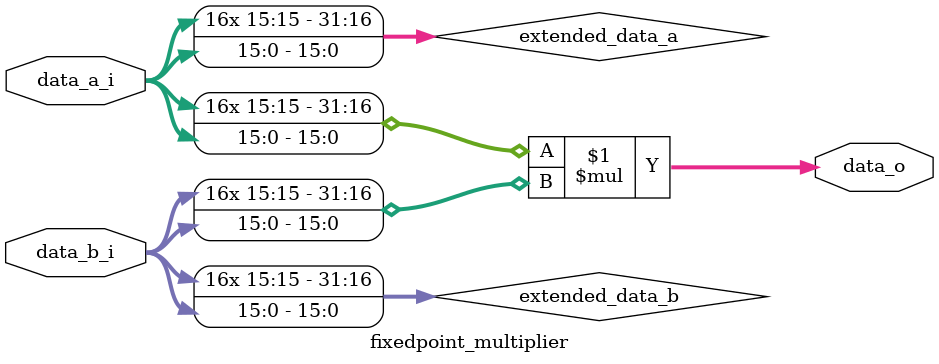
<source format=sv>


module fixedpoint_multiplier #(
    parameter WIDTH_INPUT  = 16,
    parameter WIDTH_OUTPUT = 32
) (
    input   [WIDTH_INPUT - 1 : 0]   data_a_i,
    input   [WIDTH_INPUT - 1 : 0]   data_b_i,
    output  [WIDTH_OUTPUT - 1 : 0]  data_o  
);

///////////////////////////////////////////////////////////
// extend bits
///////////////////////////////////////////////////////////
logic [WIDTH_OUTPUT - 1 : 0] extended_data_a;
logic [WIDTH_OUTPUT - 1 : 0] extended_data_b;

assign extended_data_a = {{(WIDTH_OUTPUT - WIDTH_INPUT){data_a_i[WIDTH_INPUT - 1]}}, data_a_i};
assign extended_data_b = {{(WIDTH_OUTPUT - WIDTH_INPUT){data_b_i[WIDTH_INPUT - 1]}}, data_b_i};

///////////////////////////////////////////////////////////
// calculate
///////////////////////////////////////////////////////////
assign data_o = extended_data_a * extended_data_b;

endmodule
</source>
